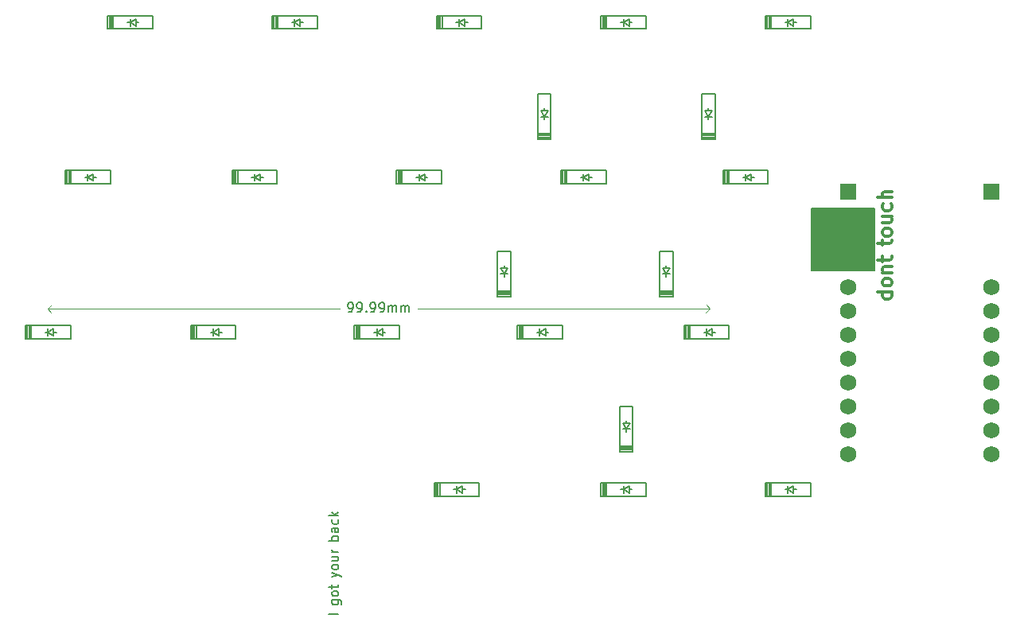
<source format=gbr>
%TF.GenerationSoftware,KiCad,Pcbnew,7.0.0-da2b9df05c~163~ubuntu22.04.1*%
%TF.CreationDate,2023-03-03T11:43:54-08:00*%
%TF.ProjectId,split-single,73706c69-742d-4736-996e-676c652e6b69,rev?*%
%TF.SameCoordinates,Original*%
%TF.FileFunction,Legend,Top*%
%TF.FilePolarity,Positive*%
%FSLAX46Y46*%
G04 Gerber Fmt 4.6, Leading zero omitted, Abs format (unit mm)*
G04 Created by KiCad (PCBNEW 7.0.0-da2b9df05c~163~ubuntu22.04.1) date 2023-03-03 11:43:54*
%MOMM*%
%LPD*%
G01*
G04 APERTURE LIST*
%ADD10C,0.120000*%
%ADD11C,0.150000*%
%ADD12C,0.300000*%
%ADD13C,0.200000*%
%ADD14R,1.752600X1.752600*%
%ADD15C,1.752600*%
G04 APERTURE END LIST*
D10*
X116400000Y-53960000D02*
X116000000Y-53560000D01*
X85300000Y-53960000D02*
X116400000Y-53960000D01*
X77000000Y-54000000D02*
X45900000Y-54000000D01*
X46330000Y-53560000D02*
X45900000Y-54000000D01*
X45900000Y-54000000D02*
X46300000Y-54400000D01*
X115970000Y-54400000D02*
X116400000Y-53960000D01*
D11*
X127200000Y-43300000D02*
X133900000Y-43300000D01*
X133900000Y-43300000D02*
X133900000Y-49900000D01*
X133900000Y-49900000D02*
X127200000Y-49900000D01*
X127200000Y-49900000D02*
X127200000Y-43300000D01*
G36*
X127200000Y-43300000D02*
G01*
X133900000Y-43300000D01*
X133900000Y-49900000D01*
X127200000Y-49900000D01*
X127200000Y-43300000D01*
G37*
X76853984Y-86523809D02*
X75853984Y-86523809D01*
X76187318Y-85019048D02*
X76996842Y-85019048D01*
X76996842Y-85019048D02*
X77092080Y-85066667D01*
X77092080Y-85066667D02*
X77139699Y-85114286D01*
X77139699Y-85114286D02*
X77187318Y-85209524D01*
X77187318Y-85209524D02*
X77187318Y-85352381D01*
X77187318Y-85352381D02*
X77139699Y-85447619D01*
X76806365Y-85019048D02*
X76853984Y-85114286D01*
X76853984Y-85114286D02*
X76853984Y-85304762D01*
X76853984Y-85304762D02*
X76806365Y-85400000D01*
X76806365Y-85400000D02*
X76758746Y-85447619D01*
X76758746Y-85447619D02*
X76663508Y-85495238D01*
X76663508Y-85495238D02*
X76377794Y-85495238D01*
X76377794Y-85495238D02*
X76282556Y-85447619D01*
X76282556Y-85447619D02*
X76234937Y-85400000D01*
X76234937Y-85400000D02*
X76187318Y-85304762D01*
X76187318Y-85304762D02*
X76187318Y-85114286D01*
X76187318Y-85114286D02*
X76234937Y-85019048D01*
X76853984Y-84400000D02*
X76806365Y-84495238D01*
X76806365Y-84495238D02*
X76758746Y-84542857D01*
X76758746Y-84542857D02*
X76663508Y-84590476D01*
X76663508Y-84590476D02*
X76377794Y-84590476D01*
X76377794Y-84590476D02*
X76282556Y-84542857D01*
X76282556Y-84542857D02*
X76234937Y-84495238D01*
X76234937Y-84495238D02*
X76187318Y-84400000D01*
X76187318Y-84400000D02*
X76187318Y-84257143D01*
X76187318Y-84257143D02*
X76234937Y-84161905D01*
X76234937Y-84161905D02*
X76282556Y-84114286D01*
X76282556Y-84114286D02*
X76377794Y-84066667D01*
X76377794Y-84066667D02*
X76663508Y-84066667D01*
X76663508Y-84066667D02*
X76758746Y-84114286D01*
X76758746Y-84114286D02*
X76806365Y-84161905D01*
X76806365Y-84161905D02*
X76853984Y-84257143D01*
X76853984Y-84257143D02*
X76853984Y-84400000D01*
X76187318Y-83780952D02*
X76187318Y-83400000D01*
X75853984Y-83638095D02*
X76711127Y-83638095D01*
X76711127Y-83638095D02*
X76806365Y-83590476D01*
X76806365Y-83590476D02*
X76853984Y-83495238D01*
X76853984Y-83495238D02*
X76853984Y-83400000D01*
X76187318Y-82561904D02*
X76853984Y-82323809D01*
X76187318Y-82085714D02*
X76853984Y-82323809D01*
X76853984Y-82323809D02*
X77092080Y-82419047D01*
X77092080Y-82419047D02*
X77139699Y-82466666D01*
X77139699Y-82466666D02*
X77187318Y-82561904D01*
X76853984Y-81561904D02*
X76806365Y-81657142D01*
X76806365Y-81657142D02*
X76758746Y-81704761D01*
X76758746Y-81704761D02*
X76663508Y-81752380D01*
X76663508Y-81752380D02*
X76377794Y-81752380D01*
X76377794Y-81752380D02*
X76282556Y-81704761D01*
X76282556Y-81704761D02*
X76234937Y-81657142D01*
X76234937Y-81657142D02*
X76187318Y-81561904D01*
X76187318Y-81561904D02*
X76187318Y-81419047D01*
X76187318Y-81419047D02*
X76234937Y-81323809D01*
X76234937Y-81323809D02*
X76282556Y-81276190D01*
X76282556Y-81276190D02*
X76377794Y-81228571D01*
X76377794Y-81228571D02*
X76663508Y-81228571D01*
X76663508Y-81228571D02*
X76758746Y-81276190D01*
X76758746Y-81276190D02*
X76806365Y-81323809D01*
X76806365Y-81323809D02*
X76853984Y-81419047D01*
X76853984Y-81419047D02*
X76853984Y-81561904D01*
X76187318Y-80371428D02*
X76853984Y-80371428D01*
X76187318Y-80799999D02*
X76711127Y-80799999D01*
X76711127Y-80799999D02*
X76806365Y-80752380D01*
X76806365Y-80752380D02*
X76853984Y-80657142D01*
X76853984Y-80657142D02*
X76853984Y-80514285D01*
X76853984Y-80514285D02*
X76806365Y-80419047D01*
X76806365Y-80419047D02*
X76758746Y-80371428D01*
X76853984Y-79895237D02*
X76187318Y-79895237D01*
X76377794Y-79895237D02*
X76282556Y-79847618D01*
X76282556Y-79847618D02*
X76234937Y-79799999D01*
X76234937Y-79799999D02*
X76187318Y-79704761D01*
X76187318Y-79704761D02*
X76187318Y-79609523D01*
X76853984Y-78676189D02*
X75853984Y-78676189D01*
X76234937Y-78676189D02*
X76187318Y-78580951D01*
X76187318Y-78580951D02*
X76187318Y-78390475D01*
X76187318Y-78390475D02*
X76234937Y-78295237D01*
X76234937Y-78295237D02*
X76282556Y-78247618D01*
X76282556Y-78247618D02*
X76377794Y-78199999D01*
X76377794Y-78199999D02*
X76663508Y-78199999D01*
X76663508Y-78199999D02*
X76758746Y-78247618D01*
X76758746Y-78247618D02*
X76806365Y-78295237D01*
X76806365Y-78295237D02*
X76853984Y-78390475D01*
X76853984Y-78390475D02*
X76853984Y-78580951D01*
X76853984Y-78580951D02*
X76806365Y-78676189D01*
X76853984Y-77342856D02*
X76330175Y-77342856D01*
X76330175Y-77342856D02*
X76234937Y-77390475D01*
X76234937Y-77390475D02*
X76187318Y-77485713D01*
X76187318Y-77485713D02*
X76187318Y-77676189D01*
X76187318Y-77676189D02*
X76234937Y-77771427D01*
X76806365Y-77342856D02*
X76853984Y-77438094D01*
X76853984Y-77438094D02*
X76853984Y-77676189D01*
X76853984Y-77676189D02*
X76806365Y-77771427D01*
X76806365Y-77771427D02*
X76711127Y-77819046D01*
X76711127Y-77819046D02*
X76615889Y-77819046D01*
X76615889Y-77819046D02*
X76520651Y-77771427D01*
X76520651Y-77771427D02*
X76473032Y-77676189D01*
X76473032Y-77676189D02*
X76473032Y-77438094D01*
X76473032Y-77438094D02*
X76425413Y-77342856D01*
X76806365Y-76438094D02*
X76853984Y-76533332D01*
X76853984Y-76533332D02*
X76853984Y-76723808D01*
X76853984Y-76723808D02*
X76806365Y-76819046D01*
X76806365Y-76819046D02*
X76758746Y-76866665D01*
X76758746Y-76866665D02*
X76663508Y-76914284D01*
X76663508Y-76914284D02*
X76377794Y-76914284D01*
X76377794Y-76914284D02*
X76282556Y-76866665D01*
X76282556Y-76866665D02*
X76234937Y-76819046D01*
X76234937Y-76819046D02*
X76187318Y-76723808D01*
X76187318Y-76723808D02*
X76187318Y-76533332D01*
X76187318Y-76533332D02*
X76234937Y-76438094D01*
X76853984Y-76009522D02*
X75853984Y-76009522D01*
X76473032Y-75914284D02*
X76853984Y-75628570D01*
X76187318Y-75628570D02*
X76568270Y-76009522D01*
X77959523Y-54347380D02*
X78149999Y-54347380D01*
X78149999Y-54347380D02*
X78245237Y-54299761D01*
X78245237Y-54299761D02*
X78292856Y-54252142D01*
X78292856Y-54252142D02*
X78388094Y-54109285D01*
X78388094Y-54109285D02*
X78435713Y-53918809D01*
X78435713Y-53918809D02*
X78435713Y-53537857D01*
X78435713Y-53537857D02*
X78388094Y-53442619D01*
X78388094Y-53442619D02*
X78340475Y-53395000D01*
X78340475Y-53395000D02*
X78245237Y-53347380D01*
X78245237Y-53347380D02*
X78054761Y-53347380D01*
X78054761Y-53347380D02*
X77959523Y-53395000D01*
X77959523Y-53395000D02*
X77911904Y-53442619D01*
X77911904Y-53442619D02*
X77864285Y-53537857D01*
X77864285Y-53537857D02*
X77864285Y-53775952D01*
X77864285Y-53775952D02*
X77911904Y-53871190D01*
X77911904Y-53871190D02*
X77959523Y-53918809D01*
X77959523Y-53918809D02*
X78054761Y-53966428D01*
X78054761Y-53966428D02*
X78245237Y-53966428D01*
X78245237Y-53966428D02*
X78340475Y-53918809D01*
X78340475Y-53918809D02*
X78388094Y-53871190D01*
X78388094Y-53871190D02*
X78435713Y-53775952D01*
X78911904Y-54347380D02*
X79102380Y-54347380D01*
X79102380Y-54347380D02*
X79197618Y-54299761D01*
X79197618Y-54299761D02*
X79245237Y-54252142D01*
X79245237Y-54252142D02*
X79340475Y-54109285D01*
X79340475Y-54109285D02*
X79388094Y-53918809D01*
X79388094Y-53918809D02*
X79388094Y-53537857D01*
X79388094Y-53537857D02*
X79340475Y-53442619D01*
X79340475Y-53442619D02*
X79292856Y-53395000D01*
X79292856Y-53395000D02*
X79197618Y-53347380D01*
X79197618Y-53347380D02*
X79007142Y-53347380D01*
X79007142Y-53347380D02*
X78911904Y-53395000D01*
X78911904Y-53395000D02*
X78864285Y-53442619D01*
X78864285Y-53442619D02*
X78816666Y-53537857D01*
X78816666Y-53537857D02*
X78816666Y-53775952D01*
X78816666Y-53775952D02*
X78864285Y-53871190D01*
X78864285Y-53871190D02*
X78911904Y-53918809D01*
X78911904Y-53918809D02*
X79007142Y-53966428D01*
X79007142Y-53966428D02*
X79197618Y-53966428D01*
X79197618Y-53966428D02*
X79292856Y-53918809D01*
X79292856Y-53918809D02*
X79340475Y-53871190D01*
X79340475Y-53871190D02*
X79388094Y-53775952D01*
X79816666Y-54252142D02*
X79864285Y-54299761D01*
X79864285Y-54299761D02*
X79816666Y-54347380D01*
X79816666Y-54347380D02*
X79769047Y-54299761D01*
X79769047Y-54299761D02*
X79816666Y-54252142D01*
X79816666Y-54252142D02*
X79816666Y-54347380D01*
X80340475Y-54347380D02*
X80530951Y-54347380D01*
X80530951Y-54347380D02*
X80626189Y-54299761D01*
X80626189Y-54299761D02*
X80673808Y-54252142D01*
X80673808Y-54252142D02*
X80769046Y-54109285D01*
X80769046Y-54109285D02*
X80816665Y-53918809D01*
X80816665Y-53918809D02*
X80816665Y-53537857D01*
X80816665Y-53537857D02*
X80769046Y-53442619D01*
X80769046Y-53442619D02*
X80721427Y-53395000D01*
X80721427Y-53395000D02*
X80626189Y-53347380D01*
X80626189Y-53347380D02*
X80435713Y-53347380D01*
X80435713Y-53347380D02*
X80340475Y-53395000D01*
X80340475Y-53395000D02*
X80292856Y-53442619D01*
X80292856Y-53442619D02*
X80245237Y-53537857D01*
X80245237Y-53537857D02*
X80245237Y-53775952D01*
X80245237Y-53775952D02*
X80292856Y-53871190D01*
X80292856Y-53871190D02*
X80340475Y-53918809D01*
X80340475Y-53918809D02*
X80435713Y-53966428D01*
X80435713Y-53966428D02*
X80626189Y-53966428D01*
X80626189Y-53966428D02*
X80721427Y-53918809D01*
X80721427Y-53918809D02*
X80769046Y-53871190D01*
X80769046Y-53871190D02*
X80816665Y-53775952D01*
X81292856Y-54347380D02*
X81483332Y-54347380D01*
X81483332Y-54347380D02*
X81578570Y-54299761D01*
X81578570Y-54299761D02*
X81626189Y-54252142D01*
X81626189Y-54252142D02*
X81721427Y-54109285D01*
X81721427Y-54109285D02*
X81769046Y-53918809D01*
X81769046Y-53918809D02*
X81769046Y-53537857D01*
X81769046Y-53537857D02*
X81721427Y-53442619D01*
X81721427Y-53442619D02*
X81673808Y-53395000D01*
X81673808Y-53395000D02*
X81578570Y-53347380D01*
X81578570Y-53347380D02*
X81388094Y-53347380D01*
X81388094Y-53347380D02*
X81292856Y-53395000D01*
X81292856Y-53395000D02*
X81245237Y-53442619D01*
X81245237Y-53442619D02*
X81197618Y-53537857D01*
X81197618Y-53537857D02*
X81197618Y-53775952D01*
X81197618Y-53775952D02*
X81245237Y-53871190D01*
X81245237Y-53871190D02*
X81292856Y-53918809D01*
X81292856Y-53918809D02*
X81388094Y-53966428D01*
X81388094Y-53966428D02*
X81578570Y-53966428D01*
X81578570Y-53966428D02*
X81673808Y-53918809D01*
X81673808Y-53918809D02*
X81721427Y-53871190D01*
X81721427Y-53871190D02*
X81769046Y-53775952D01*
X82197618Y-54347380D02*
X82197618Y-53680714D01*
X82197618Y-53775952D02*
X82245237Y-53728333D01*
X82245237Y-53728333D02*
X82340475Y-53680714D01*
X82340475Y-53680714D02*
X82483332Y-53680714D01*
X82483332Y-53680714D02*
X82578570Y-53728333D01*
X82578570Y-53728333D02*
X82626189Y-53823571D01*
X82626189Y-53823571D02*
X82626189Y-54347380D01*
X82626189Y-53823571D02*
X82673808Y-53728333D01*
X82673808Y-53728333D02*
X82769046Y-53680714D01*
X82769046Y-53680714D02*
X82911903Y-53680714D01*
X82911903Y-53680714D02*
X83007142Y-53728333D01*
X83007142Y-53728333D02*
X83054761Y-53823571D01*
X83054761Y-53823571D02*
X83054761Y-54347380D01*
X83530951Y-54347380D02*
X83530951Y-53680714D01*
X83530951Y-53775952D02*
X83578570Y-53728333D01*
X83578570Y-53728333D02*
X83673808Y-53680714D01*
X83673808Y-53680714D02*
X83816665Y-53680714D01*
X83816665Y-53680714D02*
X83911903Y-53728333D01*
X83911903Y-53728333D02*
X83959522Y-53823571D01*
X83959522Y-53823571D02*
X83959522Y-54347380D01*
X83959522Y-53823571D02*
X84007141Y-53728333D01*
X84007141Y-53728333D02*
X84102379Y-53680714D01*
X84102379Y-53680714D02*
X84245236Y-53680714D01*
X84245236Y-53680714D02*
X84340475Y-53728333D01*
X84340475Y-53728333D02*
X84388094Y-53823571D01*
X84388094Y-53823571D02*
X84388094Y-54347380D01*
D12*
X135751071Y-52221429D02*
X134251071Y-52221429D01*
X135679642Y-52221429D02*
X135751071Y-52364286D01*
X135751071Y-52364286D02*
X135751071Y-52650000D01*
X135751071Y-52650000D02*
X135679642Y-52792857D01*
X135679642Y-52792857D02*
X135608214Y-52864286D01*
X135608214Y-52864286D02*
X135465357Y-52935714D01*
X135465357Y-52935714D02*
X135036785Y-52935714D01*
X135036785Y-52935714D02*
X134893928Y-52864286D01*
X134893928Y-52864286D02*
X134822500Y-52792857D01*
X134822500Y-52792857D02*
X134751071Y-52650000D01*
X134751071Y-52650000D02*
X134751071Y-52364286D01*
X134751071Y-52364286D02*
X134822500Y-52221429D01*
X135751071Y-51292857D02*
X135679642Y-51435714D01*
X135679642Y-51435714D02*
X135608214Y-51507143D01*
X135608214Y-51507143D02*
X135465357Y-51578571D01*
X135465357Y-51578571D02*
X135036785Y-51578571D01*
X135036785Y-51578571D02*
X134893928Y-51507143D01*
X134893928Y-51507143D02*
X134822500Y-51435714D01*
X134822500Y-51435714D02*
X134751071Y-51292857D01*
X134751071Y-51292857D02*
X134751071Y-51078571D01*
X134751071Y-51078571D02*
X134822500Y-50935714D01*
X134822500Y-50935714D02*
X134893928Y-50864286D01*
X134893928Y-50864286D02*
X135036785Y-50792857D01*
X135036785Y-50792857D02*
X135465357Y-50792857D01*
X135465357Y-50792857D02*
X135608214Y-50864286D01*
X135608214Y-50864286D02*
X135679642Y-50935714D01*
X135679642Y-50935714D02*
X135751071Y-51078571D01*
X135751071Y-51078571D02*
X135751071Y-51292857D01*
X134751071Y-50150000D02*
X135751071Y-50150000D01*
X134893928Y-50150000D02*
X134822500Y-50078571D01*
X134822500Y-50078571D02*
X134751071Y-49935714D01*
X134751071Y-49935714D02*
X134751071Y-49721428D01*
X134751071Y-49721428D02*
X134822500Y-49578571D01*
X134822500Y-49578571D02*
X134965357Y-49507143D01*
X134965357Y-49507143D02*
X135751071Y-49507143D01*
X134751071Y-49007142D02*
X134751071Y-48435714D01*
X134251071Y-48792857D02*
X135536785Y-48792857D01*
X135536785Y-48792857D02*
X135679642Y-48721428D01*
X135679642Y-48721428D02*
X135751071Y-48578571D01*
X135751071Y-48578571D02*
X135751071Y-48435714D01*
X134751071Y-47249999D02*
X134751071Y-46678571D01*
X134251071Y-47035714D02*
X135536785Y-47035714D01*
X135536785Y-47035714D02*
X135679642Y-46964285D01*
X135679642Y-46964285D02*
X135751071Y-46821428D01*
X135751071Y-46821428D02*
X135751071Y-46678571D01*
X135751071Y-45964285D02*
X135679642Y-46107142D01*
X135679642Y-46107142D02*
X135608214Y-46178571D01*
X135608214Y-46178571D02*
X135465357Y-46249999D01*
X135465357Y-46249999D02*
X135036785Y-46249999D01*
X135036785Y-46249999D02*
X134893928Y-46178571D01*
X134893928Y-46178571D02*
X134822500Y-46107142D01*
X134822500Y-46107142D02*
X134751071Y-45964285D01*
X134751071Y-45964285D02*
X134751071Y-45749999D01*
X134751071Y-45749999D02*
X134822500Y-45607142D01*
X134822500Y-45607142D02*
X134893928Y-45535714D01*
X134893928Y-45535714D02*
X135036785Y-45464285D01*
X135036785Y-45464285D02*
X135465357Y-45464285D01*
X135465357Y-45464285D02*
X135608214Y-45535714D01*
X135608214Y-45535714D02*
X135679642Y-45607142D01*
X135679642Y-45607142D02*
X135751071Y-45749999D01*
X135751071Y-45749999D02*
X135751071Y-45964285D01*
X134751071Y-44178571D02*
X135751071Y-44178571D01*
X134751071Y-44821428D02*
X135536785Y-44821428D01*
X135536785Y-44821428D02*
X135679642Y-44749999D01*
X135679642Y-44749999D02*
X135751071Y-44607142D01*
X135751071Y-44607142D02*
X135751071Y-44392856D01*
X135751071Y-44392856D02*
X135679642Y-44249999D01*
X135679642Y-44249999D02*
X135608214Y-44178571D01*
X135679642Y-42821428D02*
X135751071Y-42964285D01*
X135751071Y-42964285D02*
X135751071Y-43249999D01*
X135751071Y-43249999D02*
X135679642Y-43392856D01*
X135679642Y-43392856D02*
X135608214Y-43464285D01*
X135608214Y-43464285D02*
X135465357Y-43535713D01*
X135465357Y-43535713D02*
X135036785Y-43535713D01*
X135036785Y-43535713D02*
X134893928Y-43464285D01*
X134893928Y-43464285D02*
X134822500Y-43392856D01*
X134822500Y-43392856D02*
X134751071Y-43249999D01*
X134751071Y-43249999D02*
X134751071Y-42964285D01*
X134751071Y-42964285D02*
X134822500Y-42821428D01*
X135751071Y-42178571D02*
X134251071Y-42178571D01*
X135751071Y-41535714D02*
X134965357Y-41535714D01*
X134965357Y-41535714D02*
X134822500Y-41607142D01*
X134822500Y-41607142D02*
X134751071Y-41749999D01*
X134751071Y-41749999D02*
X134751071Y-41964285D01*
X134751071Y-41964285D02*
X134822500Y-42107142D01*
X134822500Y-42107142D02*
X134893928Y-42178571D01*
D13*
%TO.C,D16*%
X78550000Y-55800000D02*
X78550000Y-57200000D01*
X78550000Y-55800000D02*
X83350000Y-55800000D01*
X78550000Y-57200000D02*
X83350000Y-57200000D01*
X78750000Y-55800000D02*
X78750000Y-57200000D01*
X78950000Y-55800000D02*
X78950000Y-57200000D01*
X79150000Y-55800000D02*
X79150000Y-57200000D01*
X80950000Y-56150000D02*
X80950000Y-56900000D01*
X80950000Y-56500000D02*
X80650000Y-56500000D01*
X80950000Y-56500000D02*
X81550000Y-56150000D01*
X81550000Y-56150000D02*
X81550000Y-56900000D01*
X81550000Y-56500000D02*
X81850000Y-56500000D01*
X81550000Y-56900000D02*
X80950000Y-56500000D01*
X83350000Y-55800000D02*
X83350000Y-57200000D01*
%TO.C,D9*%
X65550000Y-39300000D02*
X65550000Y-40700000D01*
X65550000Y-39300000D02*
X70350000Y-39300000D01*
X65550000Y-40700000D02*
X70350000Y-40700000D01*
X65750000Y-39300000D02*
X65750000Y-40700000D01*
X65950000Y-39300000D02*
X65950000Y-40700000D01*
X66150000Y-39300000D02*
X66150000Y-40700000D01*
X67950000Y-39650000D02*
X67950000Y-40400000D01*
X67950000Y-40000000D02*
X67650000Y-40000000D01*
X67950000Y-40000000D02*
X68550000Y-39650000D01*
X68550000Y-39650000D02*
X68550000Y-40400000D01*
X68550000Y-40000000D02*
X68850000Y-40000000D01*
X68550000Y-40400000D02*
X67950000Y-40000000D01*
X70350000Y-39300000D02*
X70350000Y-40700000D01*
%TO.C,D5*%
X104800000Y-22800000D02*
X104800000Y-24200000D01*
X104800000Y-22800000D02*
X109600000Y-22800000D01*
X104800000Y-24200000D02*
X109600000Y-24200000D01*
X105000000Y-22800000D02*
X105000000Y-24200000D01*
X105200000Y-22800000D02*
X105200000Y-24200000D01*
X105400000Y-22800000D02*
X105400000Y-24200000D01*
X107200000Y-23150000D02*
X107200000Y-23900000D01*
X107200000Y-23500000D02*
X106900000Y-23500000D01*
X107200000Y-23500000D02*
X107800000Y-23150000D01*
X107800000Y-23150000D02*
X107800000Y-23900000D01*
X107800000Y-23500000D02*
X108100000Y-23500000D01*
X107800000Y-23900000D02*
X107200000Y-23500000D01*
X109600000Y-22800000D02*
X109600000Y-24200000D01*
%TO.C,D8*%
X47800000Y-39300000D02*
X47800000Y-40700000D01*
X47800000Y-39300000D02*
X52600000Y-39300000D01*
X47800000Y-40700000D02*
X52600000Y-40700000D01*
X48000000Y-39300000D02*
X48000000Y-40700000D01*
X48200000Y-39300000D02*
X48200000Y-40700000D01*
X48400000Y-39300000D02*
X48400000Y-40700000D01*
X50200000Y-39650000D02*
X50200000Y-40400000D01*
X50200000Y-40000000D02*
X49900000Y-40000000D01*
X50200000Y-40000000D02*
X50800000Y-39650000D01*
X50800000Y-39650000D02*
X50800000Y-40400000D01*
X50800000Y-40000000D02*
X51100000Y-40000000D01*
X50800000Y-40400000D02*
X50200000Y-40000000D01*
X52600000Y-39300000D02*
X52600000Y-40700000D01*
%TO.C,D21*%
X87050000Y-72550000D02*
X87050000Y-73950000D01*
X87050000Y-72550000D02*
X91850000Y-72550000D01*
X87050000Y-73950000D02*
X91850000Y-73950000D01*
X87250000Y-72550000D02*
X87250000Y-73950000D01*
X87450000Y-72550000D02*
X87450000Y-73950000D01*
X87650000Y-72550000D02*
X87650000Y-73950000D01*
X89450000Y-72900000D02*
X89450000Y-73650000D01*
X89450000Y-73250000D02*
X89150000Y-73250000D01*
X89450000Y-73250000D02*
X90050000Y-72900000D01*
X90050000Y-72900000D02*
X90050000Y-73650000D01*
X90050000Y-73250000D02*
X90350000Y-73250000D01*
X90050000Y-73650000D02*
X89450000Y-73250000D01*
X91850000Y-72550000D02*
X91850000Y-73950000D01*
%TO.C,D25*%
X93800000Y-52700000D02*
X95200000Y-52700000D01*
X93800000Y-52700000D02*
X93800000Y-47900000D01*
X95200000Y-52700000D02*
X95200000Y-47900000D01*
X93800000Y-52500000D02*
X95200000Y-52500000D01*
X93800000Y-52300000D02*
X95200000Y-52300000D01*
X93800000Y-52100000D02*
X95200000Y-52100000D01*
X94150000Y-50300000D02*
X94900000Y-50300000D01*
X94500000Y-50300000D02*
X94500000Y-50600000D01*
X94500000Y-50300000D02*
X94150000Y-49700000D01*
X94150000Y-49700000D02*
X94900000Y-49700000D01*
X94500000Y-49700000D02*
X94500000Y-49400000D01*
X94900000Y-49700000D02*
X94500000Y-50300000D01*
X93800000Y-47900000D02*
X95200000Y-47900000D01*
%TO.C,D11*%
X100550000Y-39300000D02*
X100550000Y-40700000D01*
X100550000Y-39300000D02*
X105350000Y-39300000D01*
X100550000Y-40700000D02*
X105350000Y-40700000D01*
X100750000Y-39300000D02*
X100750000Y-40700000D01*
X100950000Y-39300000D02*
X100950000Y-40700000D01*
X101150000Y-39300000D02*
X101150000Y-40700000D01*
X102950000Y-39650000D02*
X102950000Y-40400000D01*
X102950000Y-40000000D02*
X102650000Y-40000000D01*
X102950000Y-40000000D02*
X103550000Y-39650000D01*
X103550000Y-39650000D02*
X103550000Y-40400000D01*
X103550000Y-40000000D02*
X103850000Y-40000000D01*
X103550000Y-40400000D02*
X102950000Y-40000000D01*
X105350000Y-39300000D02*
X105350000Y-40700000D01*
%TO.C,D19*%
X98050000Y-35950000D02*
X99450000Y-35950000D01*
X98050000Y-35950000D02*
X98050000Y-31150000D01*
X99450000Y-35950000D02*
X99450000Y-31150000D01*
X98050000Y-35750000D02*
X99450000Y-35750000D01*
X98050000Y-35550000D02*
X99450000Y-35550000D01*
X98050000Y-35350000D02*
X99450000Y-35350000D01*
X98400000Y-33550000D02*
X99150000Y-33550000D01*
X98750000Y-33550000D02*
X98750000Y-33850000D01*
X98750000Y-33550000D02*
X98400000Y-32950000D01*
X98400000Y-32950000D02*
X99150000Y-32950000D01*
X98750000Y-32950000D02*
X98750000Y-32650000D01*
X99150000Y-32950000D02*
X98750000Y-33550000D01*
X98050000Y-31150000D02*
X99450000Y-31150000D01*
%TO.C,D12*%
X117800000Y-39300000D02*
X117800000Y-40700000D01*
X117800000Y-39300000D02*
X122600000Y-39300000D01*
X117800000Y-40700000D02*
X122600000Y-40700000D01*
X118000000Y-39300000D02*
X118000000Y-40700000D01*
X118200000Y-39300000D02*
X118200000Y-40700000D01*
X118400000Y-39300000D02*
X118400000Y-40700000D01*
X120200000Y-39650000D02*
X120200000Y-40400000D01*
X120200000Y-40000000D02*
X119900000Y-40000000D01*
X120200000Y-40000000D02*
X120800000Y-39650000D01*
X120800000Y-39650000D02*
X120800000Y-40400000D01*
X120800000Y-40000000D02*
X121100000Y-40000000D01*
X120800000Y-40400000D02*
X120200000Y-40000000D01*
X122600000Y-39300000D02*
X122600000Y-40700000D01*
%TO.C,D10*%
X83050000Y-39300000D02*
X83050000Y-40700000D01*
X83050000Y-39300000D02*
X87850000Y-39300000D01*
X83050000Y-40700000D02*
X87850000Y-40700000D01*
X83250000Y-39300000D02*
X83250000Y-40700000D01*
X83450000Y-39300000D02*
X83450000Y-40700000D01*
X83650000Y-39300000D02*
X83650000Y-40700000D01*
X85450000Y-39650000D02*
X85450000Y-40400000D01*
X85450000Y-40000000D02*
X85150000Y-40000000D01*
X85450000Y-40000000D02*
X86050000Y-39650000D01*
X86050000Y-39650000D02*
X86050000Y-40400000D01*
X86050000Y-40000000D02*
X86350000Y-40000000D01*
X86050000Y-40400000D02*
X85450000Y-40000000D01*
X87850000Y-39300000D02*
X87850000Y-40700000D01*
%TO.C,D4*%
X87300000Y-22800000D02*
X87300000Y-24200000D01*
X87300000Y-22800000D02*
X92100000Y-22800000D01*
X87300000Y-24200000D02*
X92100000Y-24200000D01*
X87500000Y-22800000D02*
X87500000Y-24200000D01*
X87700000Y-22800000D02*
X87700000Y-24200000D01*
X87900000Y-22800000D02*
X87900000Y-24200000D01*
X89700000Y-23150000D02*
X89700000Y-23900000D01*
X89700000Y-23500000D02*
X89400000Y-23500000D01*
X89700000Y-23500000D02*
X90300000Y-23150000D01*
X90300000Y-23150000D02*
X90300000Y-23900000D01*
X90300000Y-23500000D02*
X90600000Y-23500000D01*
X90300000Y-23900000D02*
X89700000Y-23500000D01*
X92100000Y-22800000D02*
X92100000Y-24200000D01*
%TO.C,D15*%
X61150000Y-55800000D02*
X61150000Y-57200000D01*
X61150000Y-55800000D02*
X65950000Y-55800000D01*
X61150000Y-57200000D02*
X65950000Y-57200000D01*
X61350000Y-55800000D02*
X61350000Y-57200000D01*
X61550000Y-55800000D02*
X61550000Y-57200000D01*
X61750000Y-55800000D02*
X61750000Y-57200000D01*
X63550000Y-56150000D02*
X63550000Y-56900000D01*
X63550000Y-56500000D02*
X63250000Y-56500000D01*
X63550000Y-56500000D02*
X64150000Y-56150000D01*
X64150000Y-56150000D02*
X64150000Y-56900000D01*
X64150000Y-56500000D02*
X64450000Y-56500000D01*
X64150000Y-56900000D02*
X63550000Y-56500000D01*
X65950000Y-55800000D02*
X65950000Y-57200000D01*
%TO.C,D17*%
X95900000Y-55800000D02*
X95900000Y-57200000D01*
X95900000Y-55800000D02*
X100700000Y-55800000D01*
X95900000Y-57200000D02*
X100700000Y-57200000D01*
X96100000Y-55800000D02*
X96100000Y-57200000D01*
X96300000Y-55800000D02*
X96300000Y-57200000D01*
X96500000Y-55800000D02*
X96500000Y-57200000D01*
X98300000Y-56150000D02*
X98300000Y-56900000D01*
X98300000Y-56500000D02*
X98000000Y-56500000D01*
X98300000Y-56500000D02*
X98900000Y-56150000D01*
X98900000Y-56150000D02*
X98900000Y-56900000D01*
X98900000Y-56500000D02*
X99200000Y-56500000D01*
X98900000Y-56900000D02*
X98300000Y-56500000D01*
X100700000Y-55800000D02*
X100700000Y-57200000D01*
%TO.C,D18*%
X113650000Y-55800000D02*
X113650000Y-57200000D01*
X113650000Y-55800000D02*
X118450000Y-55800000D01*
X113650000Y-57200000D02*
X118450000Y-57200000D01*
X113850000Y-55800000D02*
X113850000Y-57200000D01*
X114050000Y-55800000D02*
X114050000Y-57200000D01*
X114250000Y-55800000D02*
X114250000Y-57200000D01*
X116050000Y-56150000D02*
X116050000Y-56900000D01*
X116050000Y-56500000D02*
X115750000Y-56500000D01*
X116050000Y-56500000D02*
X116650000Y-56150000D01*
X116650000Y-56150000D02*
X116650000Y-56900000D01*
X116650000Y-56500000D02*
X116950000Y-56500000D01*
X116650000Y-56900000D02*
X116050000Y-56500000D01*
X118450000Y-55800000D02*
X118450000Y-57200000D01*
%TO.C,D23*%
X122300000Y-72550000D02*
X122300000Y-73950000D01*
X122300000Y-72550000D02*
X127100000Y-72550000D01*
X122300000Y-73950000D02*
X127100000Y-73950000D01*
X122500000Y-72550000D02*
X122500000Y-73950000D01*
X122700000Y-72550000D02*
X122700000Y-73950000D01*
X122900000Y-72550000D02*
X122900000Y-73950000D01*
X124700000Y-72900000D02*
X124700000Y-73650000D01*
X124700000Y-73250000D02*
X124400000Y-73250000D01*
X124700000Y-73250000D02*
X125300000Y-72900000D01*
X125300000Y-72900000D02*
X125300000Y-73650000D01*
X125300000Y-73250000D02*
X125600000Y-73250000D01*
X125300000Y-73650000D02*
X124700000Y-73250000D01*
X127100000Y-72550000D02*
X127100000Y-73950000D01*
%TO.C,D13*%
X106800000Y-69200000D02*
X108200000Y-69200000D01*
X106800000Y-69200000D02*
X106800000Y-64400000D01*
X108200000Y-69200000D02*
X108200000Y-64400000D01*
X106800000Y-69000000D02*
X108200000Y-69000000D01*
X106800000Y-68800000D02*
X108200000Y-68800000D01*
X106800000Y-68600000D02*
X108200000Y-68600000D01*
X107150000Y-66800000D02*
X107900000Y-66800000D01*
X107500000Y-66800000D02*
X107500000Y-67100000D01*
X107500000Y-66800000D02*
X107150000Y-66200000D01*
X107150000Y-66200000D02*
X107900000Y-66200000D01*
X107500000Y-66200000D02*
X107500000Y-65900000D01*
X107900000Y-66200000D02*
X107500000Y-66800000D01*
X106800000Y-64400000D02*
X108200000Y-64400000D01*
%TO.C,D2*%
X52300000Y-22800000D02*
X52300000Y-24200000D01*
X52300000Y-22800000D02*
X57100000Y-22800000D01*
X52300000Y-24200000D02*
X57100000Y-24200000D01*
X52500000Y-22800000D02*
X52500000Y-24200000D01*
X52700000Y-22800000D02*
X52700000Y-24200000D01*
X52900000Y-22800000D02*
X52900000Y-24200000D01*
X54700000Y-23150000D02*
X54700000Y-23900000D01*
X54700000Y-23500000D02*
X54400000Y-23500000D01*
X54700000Y-23500000D02*
X55300000Y-23150000D01*
X55300000Y-23150000D02*
X55300000Y-23900000D01*
X55300000Y-23500000D02*
X55600000Y-23500000D01*
X55300000Y-23900000D02*
X54700000Y-23500000D01*
X57100000Y-22800000D02*
X57100000Y-24200000D01*
%TO.C,D7*%
X111050000Y-52700000D02*
X112450000Y-52700000D01*
X111050000Y-52700000D02*
X111050000Y-47900000D01*
X112450000Y-52700000D02*
X112450000Y-47900000D01*
X111050000Y-52500000D02*
X112450000Y-52500000D01*
X111050000Y-52300000D02*
X112450000Y-52300000D01*
X111050000Y-52100000D02*
X112450000Y-52100000D01*
X111400000Y-50300000D02*
X112150000Y-50300000D01*
X111750000Y-50300000D02*
X111750000Y-50600000D01*
X111750000Y-50300000D02*
X111400000Y-49700000D01*
X111400000Y-49700000D02*
X112150000Y-49700000D01*
X111750000Y-49700000D02*
X111750000Y-49400000D01*
X112150000Y-49700000D02*
X111750000Y-50300000D01*
X111050000Y-47900000D02*
X112450000Y-47900000D01*
%TO.C,D14*%
X43550000Y-55800000D02*
X43550000Y-57200000D01*
X43550000Y-55800000D02*
X48350000Y-55800000D01*
X43550000Y-57200000D02*
X48350000Y-57200000D01*
X43750000Y-55800000D02*
X43750000Y-57200000D01*
X43950000Y-55800000D02*
X43950000Y-57200000D01*
X44150000Y-55800000D02*
X44150000Y-57200000D01*
X45950000Y-56150000D02*
X45950000Y-56900000D01*
X45950000Y-56500000D02*
X45650000Y-56500000D01*
X45950000Y-56500000D02*
X46550000Y-56150000D01*
X46550000Y-56150000D02*
X46550000Y-56900000D01*
X46550000Y-56500000D02*
X46850000Y-56500000D01*
X46550000Y-56900000D02*
X45950000Y-56500000D01*
X48350000Y-55800000D02*
X48350000Y-57200000D01*
%TO.C,D6*%
X122300000Y-22800000D02*
X122300000Y-24200000D01*
X122300000Y-22800000D02*
X127100000Y-22800000D01*
X122300000Y-24200000D02*
X127100000Y-24200000D01*
X122500000Y-22800000D02*
X122500000Y-24200000D01*
X122700000Y-22800000D02*
X122700000Y-24200000D01*
X122900000Y-22800000D02*
X122900000Y-24200000D01*
X124700000Y-23150000D02*
X124700000Y-23900000D01*
X124700000Y-23500000D02*
X124400000Y-23500000D01*
X124700000Y-23500000D02*
X125300000Y-23150000D01*
X125300000Y-23150000D02*
X125300000Y-23900000D01*
X125300000Y-23500000D02*
X125600000Y-23500000D01*
X125300000Y-23900000D02*
X124700000Y-23500000D01*
X127100000Y-22800000D02*
X127100000Y-24200000D01*
%TO.C,D1*%
X115550000Y-35950000D02*
X116950000Y-35950000D01*
X115550000Y-35950000D02*
X115550000Y-31150000D01*
X116950000Y-35950000D02*
X116950000Y-31150000D01*
X115550000Y-35750000D02*
X116950000Y-35750000D01*
X115550000Y-35550000D02*
X116950000Y-35550000D01*
X115550000Y-35350000D02*
X116950000Y-35350000D01*
X115900000Y-33550000D02*
X116650000Y-33550000D01*
X116250000Y-33550000D02*
X116250000Y-33850000D01*
X116250000Y-33550000D02*
X115900000Y-32950000D01*
X115900000Y-32950000D02*
X116650000Y-32950000D01*
X116250000Y-32950000D02*
X116250000Y-32650000D01*
X116650000Y-32950000D02*
X116250000Y-33550000D01*
X115550000Y-31150000D02*
X116950000Y-31150000D01*
%TO.C,D22*%
X104800000Y-72550000D02*
X104800000Y-73950000D01*
X104800000Y-72550000D02*
X109600000Y-72550000D01*
X104800000Y-73950000D02*
X109600000Y-73950000D01*
X105000000Y-72550000D02*
X105000000Y-73950000D01*
X105200000Y-72550000D02*
X105200000Y-73950000D01*
X105400000Y-72550000D02*
X105400000Y-73950000D01*
X107200000Y-72900000D02*
X107200000Y-73650000D01*
X107200000Y-73250000D02*
X106900000Y-73250000D01*
X107200000Y-73250000D02*
X107800000Y-72900000D01*
X107800000Y-72900000D02*
X107800000Y-73650000D01*
X107800000Y-73250000D02*
X108100000Y-73250000D01*
X107800000Y-73650000D02*
X107200000Y-73250000D01*
X109600000Y-72550000D02*
X109600000Y-73950000D01*
%TO.C,D3*%
X69800000Y-22800000D02*
X69800000Y-24200000D01*
X69800000Y-22800000D02*
X74600000Y-22800000D01*
X69800000Y-24200000D02*
X74600000Y-24200000D01*
X70000000Y-22800000D02*
X70000000Y-24200000D01*
X70200000Y-22800000D02*
X70200000Y-24200000D01*
X70400000Y-22800000D02*
X70400000Y-24200000D01*
X72200000Y-23150000D02*
X72200000Y-23900000D01*
X72200000Y-23500000D02*
X71900000Y-23500000D01*
X72200000Y-23500000D02*
X72800000Y-23150000D01*
X72800000Y-23150000D02*
X72800000Y-23900000D01*
X72800000Y-23500000D02*
X73100000Y-23500000D01*
X72800000Y-23900000D02*
X72200000Y-23500000D01*
X74600000Y-22800000D02*
X74600000Y-24200000D01*
%TD*%
D14*
%TO.C,U1*%
X131129999Y-41516749D03*
D15*
X131130000Y-51676750D03*
X131130000Y-54216750D03*
X131130000Y-56756750D03*
X131130000Y-59296750D03*
X131130000Y-61836750D03*
X131130000Y-64376750D03*
X131130000Y-66916750D03*
X131130000Y-69456750D03*
X146370000Y-69456750D03*
X146370000Y-66916750D03*
X146370000Y-64376750D03*
X146370000Y-61836750D03*
X146370000Y-59296750D03*
X146370000Y-56756750D03*
X146370000Y-54216750D03*
X146370000Y-51676750D03*
X146370000Y-41516750D03*
%TD*%
D14*
%TO.C,U2*%
X146369999Y-41516749D03*
D15*
X146370000Y-51676750D03*
X146370000Y-54216750D03*
X146370000Y-56756750D03*
X146370000Y-59296750D03*
X146370000Y-61836750D03*
X146370000Y-64376750D03*
X146370000Y-66916750D03*
X146370000Y-69456750D03*
X131130000Y-69456750D03*
X131130000Y-66916750D03*
X131130000Y-64376750D03*
X131130000Y-61836750D03*
X131130000Y-59296750D03*
X131130000Y-56756750D03*
X131130000Y-54216750D03*
X131130000Y-51676750D03*
X131130000Y-41516750D03*
%TD*%
M02*

</source>
